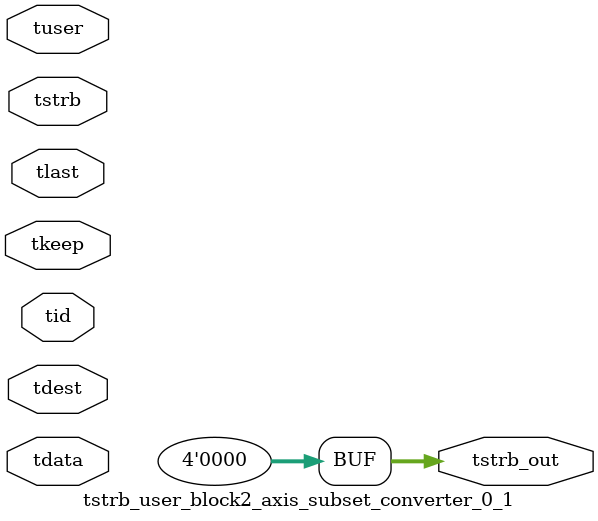
<source format=v>


`timescale 1ps/1ps

module tstrb_user_block2_axis_subset_converter_0_1 #
(
parameter C_S_AXIS_TDATA_WIDTH = 32,
parameter C_S_AXIS_TUSER_WIDTH = 0,
parameter C_S_AXIS_TID_WIDTH   = 0,
parameter C_S_AXIS_TDEST_WIDTH = 0,
parameter C_M_AXIS_TDATA_WIDTH = 32
)
(
input  [(C_S_AXIS_TDATA_WIDTH == 0 ? 1 : C_S_AXIS_TDATA_WIDTH)-1:0     ] tdata,
input  [(C_S_AXIS_TUSER_WIDTH == 0 ? 1 : C_S_AXIS_TUSER_WIDTH)-1:0     ] tuser,
input  [(C_S_AXIS_TID_WIDTH   == 0 ? 1 : C_S_AXIS_TID_WIDTH)-1:0       ] tid,
input  [(C_S_AXIS_TDEST_WIDTH == 0 ? 1 : C_S_AXIS_TDEST_WIDTH)-1:0     ] tdest,
input  [(C_S_AXIS_TDATA_WIDTH/8)-1:0 ] tkeep,
input  [(C_S_AXIS_TDATA_WIDTH/8)-1:0 ] tstrb,
input                                                                    tlast,
output [(C_M_AXIS_TDATA_WIDTH/8)-1:0 ] tstrb_out
);

assign tstrb_out = {1'b0};

endmodule


</source>
